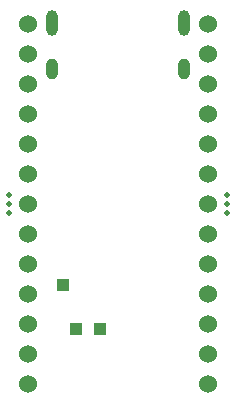
<source format=gbr>
%TF.GenerationSoftware,KiCad,Pcbnew,(5.1.9)-1*%
%TF.CreationDate,2021-05-18T20:38:47+08:00*%
%TF.ProjectId,mikoto,6d696b6f-746f-42e6-9b69-6361645f7063,rev?*%
%TF.SameCoordinates,Original*%
%TF.FileFunction,Soldermask,Bot*%
%TF.FilePolarity,Negative*%
%FSLAX46Y46*%
G04 Gerber Fmt 4.6, Leading zero omitted, Abs format (unit mm)*
G04 Created by KiCad (PCBNEW (5.1.9)-1) date 2021-05-18 20:38:47*
%MOMM*%
%LPD*%
G01*
G04 APERTURE LIST*
%ADD10C,1.524000*%
%ADD11C,0.500000*%
%ADD12R,1.000000X1.000000*%
%ADD13O,1.000000X2.200000*%
%ADD14O,1.000000X1.800000*%
G04 APERTURE END LIST*
D10*
%TO.C,U4*%
X-7620000Y12690000D03*
X-7620000Y10150000D03*
X-7620000Y7610000D03*
X-7620000Y5070000D03*
X-7620000Y2530000D03*
X-7620000Y-10000D03*
X-7620000Y-2550000D03*
X-7620000Y-5090000D03*
X-7620000Y-7630000D03*
X-7620000Y-10170000D03*
X-7620000Y-12710000D03*
X-7620000Y-15250000D03*
X7620000Y-15250000D03*
X7620000Y-12710000D03*
X7620000Y-10170000D03*
X7620000Y-7630000D03*
X7620000Y-5090000D03*
X7620000Y-2550000D03*
X7620000Y-10000D03*
X7620000Y2530000D03*
X7620000Y5070000D03*
X7620000Y7610000D03*
X7620000Y10150000D03*
X7620000Y12690000D03*
%TD*%
D11*
%TO.C,DUMMY3*%
X-9250000Y750000D03*
X-9250000Y-750000D03*
X-9250000Y0D03*
%TD*%
%TO.C,DUMMY4*%
X9250000Y-750000D03*
X9250000Y750000D03*
X9250000Y0D03*
%TD*%
D10*
%TO.C,J2*%
X7620000Y15230000D03*
%TD*%
%TO.C,J3*%
X-7620000Y15230000D03*
%TD*%
D12*
%TO.C,TP3*%
X-4600000Y-6800000D03*
%TD*%
%TO.C,TP1*%
X-1500000Y-10600000D03*
%TD*%
%TO.C,TP2*%
X-3500000Y-10600000D03*
%TD*%
D13*
%TO.C,J1*%
X-5575000Y15373200D03*
X5575600Y15373200D03*
D14*
X5575600Y11473200D03*
X-5575000Y11473200D03*
%TD*%
M02*

</source>
